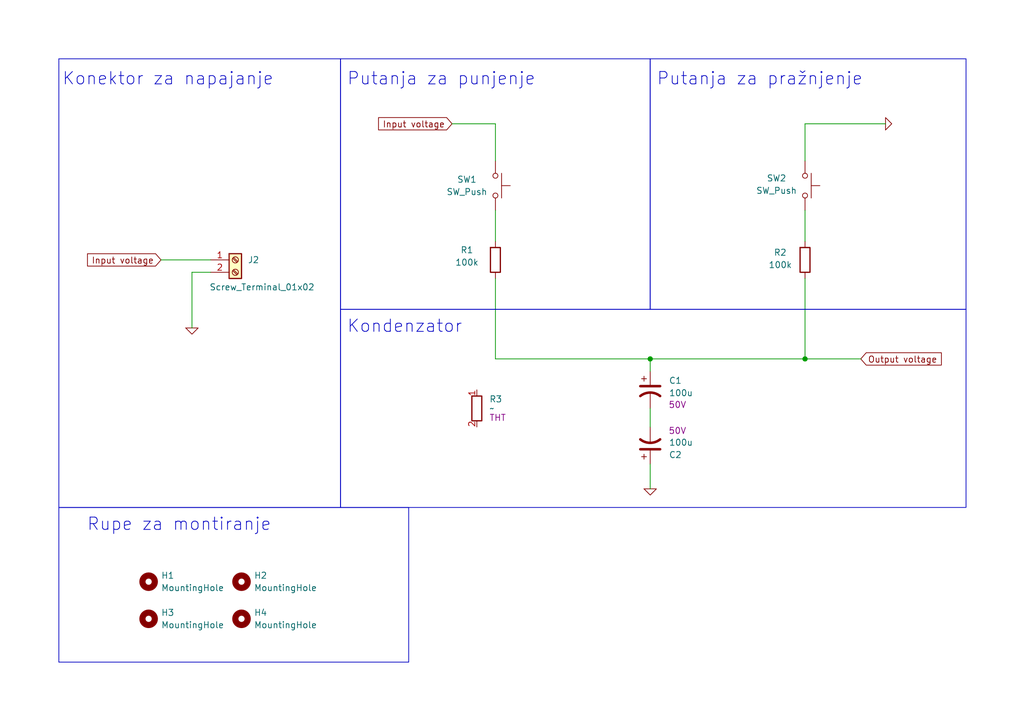
<source format=kicad_sch>
(kicad_sch (version 20231120) (generator "eeschema") (generator_version "8.0")
  (paper "A5")
  (title_block (title "Redna i paralelna otpornost") (rev "v1"))
  (lib_symbols
    (symbol "Connector:Screw_Terminal_01x02" (pin_names (offset 1.016) hide)
      (property "Reference" "J" (at 0 2.54 0))
      (property "Value" "Screw_Terminal_01x02" (at 0 -5.08 0))
      (symbol "Screw_Terminal_01x02_1_1"
        (rectangle (start -1.27 1.27) (end 1.27 -3.81) (stroke (width 0.254)) (fill (type background)))
        (circle (center 0 -2.54) (radius 0.635) (stroke (width 0.1524)))
        (polyline (pts (xy -0.5334 -2.2098) (xy 0.3302 -3.048)) (stroke (width 0.1524)))
        (polyline (pts (xy -0.5334 0.3302) (xy 0.3302 -0.508)) (stroke (width 0.1524)))
        (polyline (pts (xy -0.3556 -2.032) (xy 0.508 -2.8702)) (stroke (width 0.1524)))
        (polyline (pts (xy -0.3556 0.508) (xy 0.508 -0.3302)) (stroke (width 0.1524)))
        (circle (center 0 0) (radius 0.635) (stroke (width 0.1524)))
        (pin passive line (at -5.08 0 0) (length 3.81) (name "Pin_1") (number "1"))
        (pin passive line (at -5.08 -2.54 0) (length 3.81) (name "Pin_2") (number "2"))
      )
    )
    (symbol "Device:C_Polarized_US" (pin_numbers hide) (pin_names (offset 0.254) hide)
      (property "Reference" "C" (at 0.635 2.54 0))
      (property "Value" "C_Polarized_US" (at 0.635 -2.54 0))
      (symbol "C_Polarized_US_0_1"
        (polyline (pts (xy -2.032 0.762) (xy 2.032 0.762)) (stroke (width 0.508)))
        (polyline (pts (xy -1.778 2.286) (xy -0.762 2.286)))
        (polyline (pts (xy -1.27 1.778) (xy -1.27 2.794)))
        (arc (start 2.032 -1.27) (mid 0 -0.5572) (end -2.032 -1.27) (stroke (width 0.508)))
      )
      (symbol "C_Polarized_US_1_1"
        (pin passive line (at 0 3.81 270) (length 2.794) (name "~") (number "1"))
        (pin passive line (at 0 -3.81 90) (length 3.302) (name "~") (number "2"))
      )
    )
    (symbol "Device:R" (pin_numbers hide) (pin_names (offset 0))
      (property "Reference" "R" (at 2.032 0 90))
      (property "Value" "R" (at 0 0 90))
      (symbol "R_0_1"
        (rectangle (start -1.016 -2.54) (end 1.016 2.54) (stroke (width 0.254)))
      )
      (symbol "R_1_1"
        (pin passive line (at 0 3.81 270) (length 1.27) (name "~") (number "1"))
        (pin passive line (at 0 -3.81 90) (length 1.27) (name "~") (number "2"))
      )
    )
    (symbol "Mechanical:MountingHole" (pin_names (offset 1.016))
      (property "Reference" "H" (at 0 5.08 0))
      (property "Value" "MountingHole" (at 0 3.175 0))
      (symbol "MountingHole_0_1"
        (circle (center 0 0) (radius 1.27) (stroke (width 1.27)))
      )
    )
    (symbol "PEP_library:R_THT"
      (property "Reference" "R" (at 2.286 0.762 0))
      (property "Size" "THT" (at -3.556 -1.27 0))
      (symbol "R_THT_0_1"
        (rectangle (start -1.016 2.54) (end 1.016 -2.54) (stroke (width 0.254)))
      )
      (symbol "R_THT_1_1"
        (pin passive line (at 0 3.81 270) (length 1.27) (name "~") (number "1"))
        (pin passive line (at 0 -3.81 90) (length 1.27) (name "~") (number "2"))
      )
    )
    (symbol "Simulation_SPICE:0" (power) (pin_names (offset 0))
      (property "Value" "0" (at 0 -1.778 0))
      (symbol "0_0_1"
        (polyline (pts (xy -1.27 0) (xy 0 -1.27) (xy 1.27 0) (xy -1.27 0)))
      )
      (symbol "0_1_1"
        (pin power_in line (at 0 0 0) (length 0) hide (name "0") (number "1"))
      )
    )
    (symbol "Switch:SW_Push" (pin_numbers hide) (pin_names (offset 1.016) hide)
      (property "Reference" "SW" (at 1.27 2.54 0))
      (property "Value" "SW_Push" (at 0 -1.524 0))
      (symbol "SW_Push_0_1"
        (circle (center -2.032 0) (radius 0.508))
        (polyline (pts (xy 0 1.27) (xy 0 3.048)))
        (polyline (pts (xy 2.54 1.27) (xy -2.54 1.27)))
        (circle (center 2.032 0) (radius 0.508))
        (pin passive line (at -5.08 0 0) (length 2.54) (name "1") (number "1"))
        (pin passive line (at 5.08 0 180) (length 2.54) (name "2") (number "2"))
      )
    )
  )
  (junction (at 165.1 73.66))
  (junction (at 133.35 73.66))
  (wire (pts (xy 165.1 57.15) (xy 165.1 73.66)))
  (wire (pts (xy 101.6 43.18) (xy 101.6 49.53)))
  (wire (pts (xy 101.6 57.15) (xy 101.6 73.66)))
  (wire (pts (xy 92.71 25.4) (xy 101.6 25.4)))
  (wire (pts (xy 165.1 73.66) (xy 176.53 73.66)))
  (wire (pts (xy 133.35 73.66) (xy 165.1 73.66)))
  (wire (pts (xy 165.1 25.4) (xy 165.1 33.02)))
  (wire (pts (xy 165.1 43.18) (xy 165.1 49.53)))
  (wire (pts (xy 39.37 55.88) (xy 43.18 55.88)))
  (wire (pts (xy 43.18 53.34) (xy 33.02 53.34)))
  (wire (pts (xy 101.6 25.4) (xy 101.6 33.02)))
  (wire (pts (xy 133.35 73.66) (xy 133.35 76.2)))
  (wire (pts (xy 39.37 55.88) (xy 39.37 67.31)))
  (wire (pts (xy 133.35 87.63) (xy 133.35 83.82)))
  (wire (pts (xy 181.61 25.4) (xy 165.1 25.4)))
  (wire (pts (xy 133.35 100.33) (xy 133.35 95.25)))
  (wire (pts (xy 133.35 73.66) (xy 101.6 73.66)))
  (rectangle (start 12.065 12.065) (end 69.85 104.14))
  (rectangle (start 12.065 104.14) (end 83.82 135.89))
  (rectangle (start 69.85 12.065) (end 133.35 63.5))
  (rectangle (start 69.85 63.5) (end 198.12 104.14))
  (rectangle (start 133.35 12.065) (end 198.12 63.5))
  (text "Putanja za pražnjenje" (at 134.62 17.78 0) (effects (font (size 2.54 2.54)) (justify left bottom)))
  (text "Rupe za montiranje\n" (at 17.78 109.22 0) (effects (font (size 2.54 2.54)) (justify left bottom)))
  (text "Kondenzator" (at 71.12 68.58 0) (effects (font (size 2.54 2.54)) (justify left bottom)))
  (text "Konektor za napajanje" (at 12.7 17.78 0) (effects (font (size 2.54 2.54)) (justify left bottom)))
  (text "Putanja za punjenje" (at 71.12 17.78 0) (effects (font (size 2.54 2.54)) (justify left bottom)))
  (global_label "Output voltage" (shape input) (at 176.53 73.66 0) (property "Intersheetrefs" "${INTERSHEET_REFS}" (effects (hide yes))))
  (global_label "Input voltage" (shape input) (at 33.02 53.34 180) (property "Intersheetrefs" "${INTERSHEET_REFS}" (effects (hide yes))))
  (global_label "Input voltage" (shape input) (at 92.71 25.4 180) (property "Intersheetrefs" "${INTERSHEET_REFS}" (effects (hide yes))))
  (symbol (lib_id "Simulation_SPICE:0") (at 39.37 67.31 0) (unit 1)
    (property "Reference" "#GND05" (effects (hide yes)))
    (property "Value" "0" (effects (hide yes)))
  )
  (symbol (lib_id "Simulation_SPICE:0") (at 133.35 100.33 0) (unit 1)
    (property "Reference" "#GND07" (effects (hide yes)))
    (property "Value" "0" (effects (hide yes)))
  )
  (symbol (lib_id "Mechanical:MountingHole") (at 30.48 127 0) (unit 1)
    (property "Reference" "H3" (at 33.02 125.73 0) (effects (justify left)))
    (property "Value" "MountingHole" (at 33.02 128.27 0) (effects (justify left)))
    (property "Footprint" "MountingHole:MountingHole_3.2mm_M3_ISO14580_Pad_TopBottom" (effects (hide yes)))
  )
  (symbol (lib_id "Switch:SW_Push") (at 101.6 38.1 270) (unit 1)
    (property "Reference" "SW1" (at 95.758 36.83 90))
    (property "Value" "SW_Push" (at 95.758 39.37 90))
    (property "Footprint" "Button_Switch_THT:SW_PUSH_6mm_H4.3mm" (effects (hide yes)))
    (property "Description" "Push button switch, generic, two pins" (effects (hide yes)))
  )
  (symbol (lib_id "Simulation_SPICE:0") (at 181.61 25.4 90) (unit 1)
    (property "Reference" "#GND01" (effects (hide yes)))
    (property "Value" "0" (effects (hide yes)))
  )
  (symbol (lib_id "Device:C_Polarized_US") (at 133.35 80.01 0) (unit 1)
    (property "Reference" "C1" (at 137.16 78.1049 0) (effects (justify left)))
    (property "Value" "100u" (at 137.16 80.6449 0) (effects (justify left)))
    (property "Footprint" "Capacitor_THT:CP_Radial_D8.0mm_P3.50mm" (effects (hide yes)))
    (property "Description" "Polarized capacitor, US symbol" (effects (hide yes)))
    (property "Voltage" "50V" (at 138.938 83.058 0))
  )
  (symbol (lib_id "Switch:SW_Push") (at 165.1 38.1 270) (unit 1)
    (property "Reference" "SW2" (at 159.258 36.576 90))
    (property "Value" "SW_Push" (at 159.258 39.116 90))
    (property "Footprint" "Button_Switch_THT:SW_PUSH_6mm_H4.3mm" (effects (hide yes)))
    (property "Description" "Push button switch, generic, two pins" (effects (hide yes)))
  )
  (symbol (lib_id "Connector:Screw_Terminal_01x02") (at 48.26 53.34 0) (unit 1) (exclude_from_sim yes)
    (property "Reference" "J2" (at 50.8 53.34 0) (effects (justify left)))
    (property "Value" "Screw_Terminal_01x02" (at 42.926 58.928 0) (effects (justify left)))
    (property "Footprint" "TerminalBlock_Phoenix:TerminalBlock_Phoenix_MKDS-1,5-2-5.08_1x02_P5.08mm_Horizontal" (effects (hide yes)))
  )
  (symbol (lib_id "Device:C_Polarized_US") (at 133.35 91.44 0) (mirror x) (unit 1)
    (property "Reference" "C2" (at 137.16 93.3451 0) (effects (justify left)))
    (property "Value" "100u" (at 137.16 90.8051 0) (effects (justify left)))
    (property "Footprint" "Capacitor_THT:CP_Radial_D8.0mm_P3.50mm" (effects (hide yes)))
    (property "Description" "Polarized capacitor, US symbol" (effects (hide yes)))
    (property "Voltage" "50V" (at 138.938 88.392 0))
  )
  (symbol (lib_id "Mechanical:MountingHole") (at 49.53 119.38 0) (unit 1)
    (property "Reference" "H2" (at 52.07 118.11 0) (effects (justify left)))
    (property "Value" "MountingHole" (at 52.07 120.65 0) (effects (justify left)))
    (property "Footprint" "MountingHole:MountingHole_3.2mm_M3_ISO14580_Pad_TopBottom" (effects (hide yes)))
  )
  (symbol (lib_id "Mechanical:MountingHole") (at 30.48 119.38 0) (unit 1)
    (property "Reference" "H1" (at 33.02 118.11 0) (effects (justify left)))
    (property "Value" "MountingHole" (at 33.02 120.65 0) (effects (justify left)))
    (property "Footprint" "MountingHole:MountingHole_3.2mm_M3_ISO14580_Pad_TopBottom" (effects (hide yes)))
  )
  (symbol (lib_id "Device:R") (at 165.1 53.34 0) (unit 1)
    (property "Reference" "R2" (at 160.02 51.816 0))
    (property "Value" "100k" (at 160.02 54.356 0))
    (property "Footprint" "Resistor_SMD:R_1206_3216Metric_Pad1.30x1.75mm_HandSolder" (effects (hide yes)))
  )
  (symbol (lib_id "Mechanical:MountingHole") (at 49.53 127 0) (unit 1)
    (property "Reference" "H4" (at 52.07 125.73 0) (effects (justify left)))
    (property "Value" "MountingHole" (at 52.07 128.27 0) (effects (justify left)))
    (property "Footprint" "MountingHole:MountingHole_3.2mm_M3_ISO14580_Pad_TopBottom" (effects (hide yes)))
  )
  (symbol (lib_id "PEP_library:R_THT") (at 97.79 83.82 0) (unit 1)
    (property "Reference" "R3" (at 100.33 81.9149 0) (effects (justify left)))
    (property "Value" "~" (at 100.33 83.82 0) (effects (justify left)))
    (property "Footprint" "PEP_library:R_Axial_DIN0207_L6.3mm_D2.5mm_P15.24mm_Horizontal" (effects (hide yes)))
    (property "Size" "THT" (at 100.33 85.7249 0) (effects (justify left)))
  )
  (symbol (lib_id "Device:R") (at 101.6 53.34 0) (unit 1)
    (property "Reference" "R1" (at 95.758 51.308 0))
    (property "Value" "100k" (at 95.758 53.848 0))
    (property "Footprint" "Resistor_SMD:R_1206_3216Metric_Pad1.30x1.75mm_HandSolder" (effects (hide yes)))
  )
)
</source>
